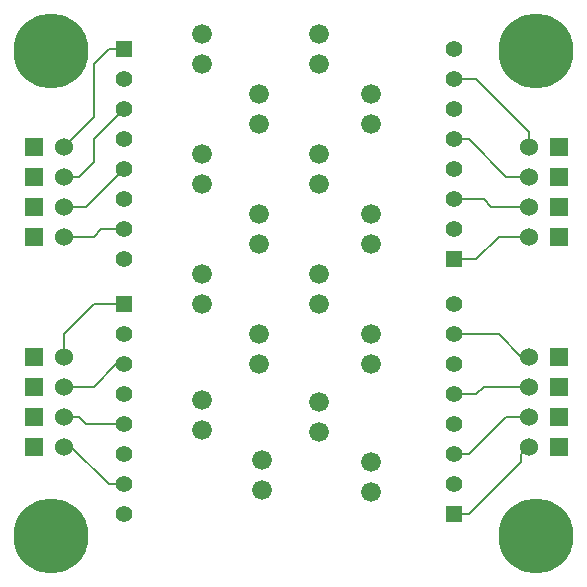
<source format=gbl>
G04 (created by PCBNEW (2013-07-07 BZR 4022)-stable) date 10/24/2014 11:46:49 AM*
%MOIN*%
G04 Gerber Fmt 3.4, Leading zero omitted, Abs format*
%FSLAX34Y34*%
G01*
G70*
G90*
G04 APERTURE LIST*
%ADD10C,0.00590551*%
%ADD11C,0.066*%
%ADD12C,0.25*%
%ADD13R,0.06X0.06*%
%ADD14C,0.06*%
%ADD15R,0.055X0.055*%
%ADD16C,0.055*%
%ADD17C,0.008*%
G04 APERTURE END LIST*
G54D10*
G54D11*
X67600Y-45700D03*
X67600Y-44700D03*
X71500Y-41500D03*
X71500Y-40500D03*
X73250Y-43500D03*
X73250Y-42500D03*
X71500Y-45750D03*
X71500Y-44750D03*
X73250Y-47750D03*
X73250Y-46750D03*
X69600Y-47700D03*
X69600Y-46700D03*
X69500Y-43500D03*
X69500Y-42500D03*
X67600Y-41500D03*
X67600Y-40500D03*
X69500Y-39500D03*
X69500Y-38500D03*
X67600Y-37500D03*
X67600Y-36500D03*
X69500Y-35500D03*
X69500Y-34500D03*
X67600Y-33500D03*
X67600Y-32500D03*
X71500Y-33500D03*
X71500Y-32500D03*
X73250Y-39500D03*
X73250Y-38500D03*
X71500Y-37500D03*
X71500Y-36500D03*
X73250Y-35500D03*
X73250Y-34500D03*
G54D12*
X78740Y-49212D03*
X62598Y-49212D03*
X78740Y-33070D03*
X62598Y-33070D03*
G54D13*
X79500Y-46250D03*
G54D14*
X78500Y-46250D03*
G54D13*
X79500Y-36250D03*
G54D14*
X78500Y-36250D03*
G54D13*
X79500Y-37250D03*
G54D14*
X78500Y-37250D03*
G54D13*
X79500Y-38250D03*
G54D14*
X78500Y-38250D03*
G54D13*
X79500Y-39250D03*
G54D14*
X78500Y-39250D03*
G54D13*
X79500Y-43250D03*
G54D14*
X78500Y-43250D03*
G54D13*
X79500Y-44250D03*
G54D14*
X78500Y-44250D03*
G54D13*
X79500Y-45250D03*
G54D14*
X78500Y-45250D03*
G54D13*
X62000Y-36250D03*
G54D14*
X63000Y-36250D03*
G54D13*
X62000Y-46250D03*
G54D14*
X63000Y-46250D03*
G54D13*
X62000Y-45250D03*
G54D14*
X63000Y-45250D03*
G54D13*
X62000Y-44250D03*
G54D14*
X63000Y-44250D03*
G54D13*
X62000Y-43250D03*
G54D14*
X63000Y-43250D03*
G54D13*
X62000Y-39250D03*
G54D14*
X63000Y-39250D03*
G54D13*
X62000Y-38250D03*
G54D14*
X63000Y-38250D03*
G54D13*
X62000Y-37250D03*
G54D14*
X63000Y-37250D03*
G54D15*
X65000Y-33000D03*
G54D16*
X65000Y-34000D03*
X65000Y-35000D03*
X65000Y-36000D03*
X65000Y-37000D03*
X65000Y-38000D03*
X65000Y-39000D03*
X65000Y-40000D03*
G54D15*
X65000Y-41500D03*
G54D16*
X65000Y-42500D03*
X65000Y-43500D03*
X65000Y-44500D03*
X65000Y-45500D03*
X65000Y-46500D03*
X65000Y-47500D03*
X65000Y-48500D03*
G54D15*
X76000Y-48500D03*
G54D16*
X76000Y-47500D03*
X76000Y-46500D03*
X76000Y-45500D03*
X76000Y-44500D03*
X76000Y-43500D03*
X76000Y-42500D03*
X76000Y-41500D03*
G54D15*
X76000Y-40000D03*
G54D16*
X76000Y-39000D03*
X76000Y-38000D03*
X76000Y-37000D03*
X76000Y-36000D03*
X76000Y-35000D03*
X76000Y-34000D03*
X76000Y-33000D03*
G54D17*
X76000Y-44500D02*
X76750Y-44500D01*
X76750Y-44500D02*
X77000Y-44250D01*
X78500Y-44250D02*
X77000Y-44250D01*
X73250Y-43500D02*
X73500Y-43500D01*
X63000Y-38250D02*
X63750Y-38250D01*
X63750Y-38250D02*
X65000Y-37000D01*
X63000Y-39250D02*
X64000Y-39250D01*
X64250Y-39000D02*
X65000Y-39000D01*
X64000Y-39250D02*
X64250Y-39000D01*
X77500Y-47500D02*
X78250Y-46750D01*
X78250Y-46500D02*
X78500Y-46250D01*
X78250Y-46750D02*
X78250Y-46500D01*
X76000Y-48500D02*
X76500Y-48500D01*
X76500Y-48500D02*
X77500Y-47500D01*
X63000Y-44250D02*
X64000Y-44250D01*
X64750Y-43500D02*
X65000Y-43500D01*
X64000Y-44250D02*
X64750Y-43500D01*
X63000Y-43250D02*
X63000Y-42500D01*
X64000Y-41500D02*
X65000Y-41500D01*
X63000Y-42500D02*
X64000Y-41500D01*
X76000Y-40000D02*
X76750Y-40000D01*
X77500Y-39250D02*
X78500Y-39250D01*
X76750Y-40000D02*
X77500Y-39250D01*
X78500Y-38250D02*
X77250Y-38250D01*
X77000Y-38000D02*
X76000Y-38000D01*
X77250Y-38250D02*
X77000Y-38000D01*
X78500Y-37250D02*
X77750Y-37250D01*
X76500Y-36000D02*
X76000Y-36000D01*
X77750Y-37250D02*
X76500Y-36000D01*
X76000Y-34000D02*
X76750Y-34000D01*
X78500Y-35750D02*
X78500Y-36250D01*
X76750Y-34000D02*
X78500Y-35750D01*
X78500Y-43250D02*
X78250Y-43250D01*
X77500Y-42500D02*
X76000Y-42500D01*
X78250Y-43250D02*
X77500Y-42500D01*
X63000Y-45250D02*
X63500Y-45250D01*
X63750Y-45500D02*
X65000Y-45500D01*
X63500Y-45250D02*
X63750Y-45500D01*
X63000Y-36250D02*
X64000Y-35250D01*
X64500Y-33000D02*
X65000Y-33000D01*
X64000Y-33500D02*
X64500Y-33000D01*
X64000Y-35250D02*
X64000Y-33500D01*
X63000Y-37250D02*
X63500Y-37250D01*
X64000Y-36750D02*
X64000Y-36000D01*
X63500Y-37250D02*
X64000Y-36750D01*
X64000Y-36000D02*
X65000Y-35000D01*
X63000Y-46250D02*
X63250Y-46250D01*
X64500Y-47500D02*
X65000Y-47500D01*
X63250Y-46250D02*
X64500Y-47500D01*
X76000Y-46500D02*
X76500Y-46500D01*
X76500Y-46500D02*
X77750Y-45250D01*
X78500Y-45250D02*
X77750Y-45250D01*
M02*

</source>
